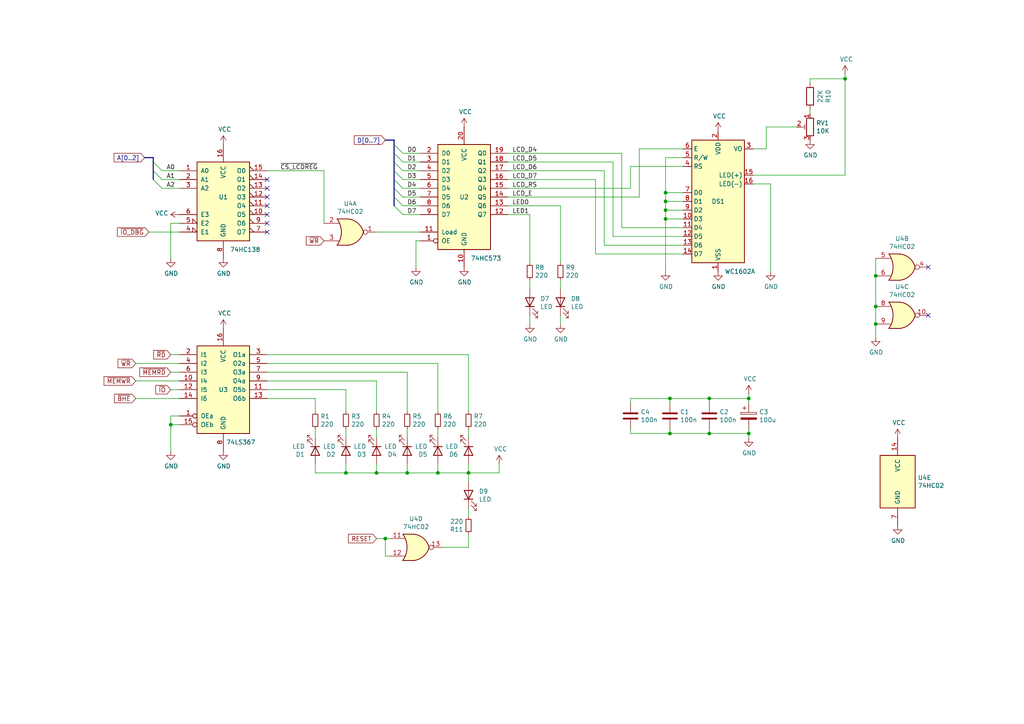
<source format=kicad_sch>
(kicad_sch (version 20230121) (generator eeschema)
  (paper "A4")
  (title_block (title "Mini8086 info board") (rev "1.1"))
  (lib_symbols
    (symbol "74xx:74LS02" (pin_names (offset 1.016))
      (property "Reference" "U" (at 0 1.27 0))
      (property "Value" "74LS02" (at 0 -1.27 0))
      (symbol "74LS02_1_1"
        (arc (start -3.81 -3.81) (mid -2.589 0) (end -3.81 3.81) (stroke (width 0.254)))
        (arc (start -0.6096 -3.81) (mid 2.1842 -2.5851) (end 3.81 0) (stroke (width 0.254)) (fill (type background)))
        (polyline (pts (xy -3.81 -3.81) (xy -0.635 -3.81)) (stroke (width 0.254)) (fill (type background)))
        (polyline (pts (xy -3.81 3.81) (xy -0.635 3.81)) (stroke (width 0.254)) (fill (type background)))
        (polyline (pts (xy -0.635 3.81) (xy -3.81 3.81) (xy -3.81 3.81) (xy -3.556 3.4036) (xy -3.0226 2.2606) (xy -2.6924 1.0414) (xy -2.6162 -0.254) (xy -2.7686 -1.4986) (xy -3.175 -2.7178) (xy -3.81 -3.81) (xy -3.81 -3.81) (xy -0.635 -3.81)) (stroke (width -25.4)) (fill (type background)))
        (arc (start 3.81 0) (mid 2.1915 2.5936) (end -0.6096 3.81) (stroke (width 0.254)) (fill (type background)))
        (pin output inverted (at 7.62 0 180) (length 3.81) (name "~") (number "1"))
        (pin input line (at -7.62 2.54 0) (length 4.318) (name "~") (number "2"))
        (pin input line (at -7.62 -2.54 0) (length 4.318) (name "~") (number "3"))
      )
      (symbol "74LS02_1_2"
        (arc (start 0 -3.81) (mid 3.7934 0) (end 0 3.81) (stroke (width 0.254)) (fill (type background)))
        (polyline (pts (xy 0 3.81) (xy -3.81 3.81) (xy -3.81 -3.81) (xy 0 -3.81)) (stroke (width 0.254)) (fill (type background)))
        (pin output line (at 7.62 0 180) (length 3.81) (name "~") (number "1"))
        (pin input inverted (at -7.62 2.54 0) (length 3.81) (name "~") (number "2"))
        (pin input inverted (at -7.62 -2.54 0) (length 3.81) (name "~") (number "3"))
      )
      (symbol "74LS02_2_1"
        (arc (start -3.81 -3.81) (mid -2.589 0) (end -3.81 3.81) (stroke (width 0.254)))
        (arc (start -0.6096 -3.81) (mid 2.1842 -2.5851) (end 3.81 0) (stroke (width 0.254)) (fill (type background)))
        (polyline (pts (xy -3.81 -3.81) (xy -0.635 -3.81)) (stroke (width 0.254)) (fill (type background)))
        (polyline (pts (xy -3.81 3.81) (xy -0.635 3.81)) (stroke (width 0.254)) (fill (type background)))
        (polyline (pts (xy -0.635 3.81) (xy -3.81 3.81) (xy -3.81 3.81) (xy -3.556 3.4036) (xy -3.0226 2.2606) (xy -2.6924 1.0414) (xy -2.6162 -0.254) (xy -2.7686 -1.4986) (xy -3.175 -2.7178) (xy -3.81 -3.81) (xy -3.81 -3.81) (xy -0.635 -3.81)) (stroke (width -25.4)) (fill (type background)))
        (arc (start 3.81 0) (mid 2.1915 2.5936) (end -0.6096 3.81) (stroke (width 0.254)) (fill (type background)))
        (pin output inverted (at 7.62 0 180) (length 3.81) (name "~") (number "4"))
        (pin input line (at -7.62 2.54 0) (length 4.318) (name "~") (number "5"))
        (pin input line (at -7.62 -2.54 0) (length 4.318) (name "~") (number "6"))
      )
      (symbol "74LS02_2_2"
        (arc (start 0 -3.81) (mid 3.7934 0) (end 0 3.81) (stroke (width 0.254)) (fill (type background)))
        (polyline (pts (xy 0 3.81) (xy -3.81 3.81) (xy -3.81 -3.81) (xy 0 -3.81)) (stroke (width 0.254)) (fill (type background)))
        (pin output line (at 7.62 0 180) (length 3.81) (name "~") (number "4"))
        (pin input inverted (at -7.62 2.54 0) (length 3.81) (name "~") (number "5"))
        (pin input inverted (at -7.62 -2.54 0) (length 3.81) (name "~") (number "6"))
      )
      (symbol "74LS02_3_1"
        (arc (start -3.81 -3.81) (mid -2.589 0) (end -3.81 3.81) (stroke (width 0.254)))
        (arc (start -0.6096 -3.81) (mid 2.1842 -2.5851) (end 3.81 0) (stroke (width 0.254)) (fill (type background)))
        (polyline (pts (xy -3.81 -3.81) (xy -0.635 -3.81)) (stroke (width 0.254)) (fill (type background)))
        (polyline (pts (xy -3.81 3.81) (xy -0.635 3.81)) (stroke (width 0.254)) (fill (type background)))
        (polyline (pts (xy -0.635 3.81) (xy -3.81 3.81) (xy -3.81 3.81) (xy -3.556 3.4036) (xy -3.0226 2.2606) (xy -2.6924 1.0414) (xy -2.6162 -0.254) (xy -2.7686 -1.4986) (xy -3.175 -2.7178) (xy -3.81 -3.81) (xy -3.81 -3.81) (xy -0.635 -3.81)) (stroke (width -25.4)) (fill (type background)))
        (arc (start 3.81 0) (mid 2.1915 2.5936) (end -0.6096 3.81) (stroke (width 0.254)) (fill (type background)))
        (pin output inverted (at 7.62 0 180) (length 3.81) (name "~") (number "10"))
        (pin input line (at -7.62 2.54 0) (length 4.318) (name "~") (number "8"))
        (pin input line (at -7.62 -2.54 0) (length 4.318) (name "~") (number "9"))
      )
      (symbol "74LS02_3_2"
        (arc (start 0 -3.81) (mid 3.7934 0) (end 0 3.81) (stroke (width 0.254)) (fill (type background)))
        (polyline (pts (xy 0 3.81) (xy -3.81 3.81) (xy -3.81 -3.81) (xy 0 -3.81)) (stroke (width 0.254)) (fill (type background)))
        (pin output line (at 7.62 0 180) (length 3.81) (name "~") (number "10"))
        (pin input inverted (at -7.62 2.54 0) (length 3.81) (name "~") (number "8"))
        (pin input inverted (at -7.62 -2.54 0) (length 3.81) (name "~") (number "9"))
      )
      (symbol "74LS02_4_1"
        (arc (start -3.81 -3.81) (mid -2.589 0) (end -3.81 3.81) (stroke (width 0.254)))
        (arc (start -0.6096 -3.81) (mid 2.1842 -2.5851) (end 3.81 0) (stroke (width 0.254)) (fill (type background)))
        (polyline (pts (xy -3.81 -3.81) (xy -0.635 -3.81)) (stroke (width 0.254)) (fill (type background)))
        (polyline (pts (xy -3.81 3.81) (xy -0.635 3.81)) (stroke (width 0.254)) (fill (type background)))
        (polyline (pts (xy -0.635 3.81) (xy -3.81 3.81) (xy -3.81 3.81) (xy -3.556 3.4036) (xy -3.0226 2.2606) (xy -2.6924 1.0414) (xy -2.6162 -0.254) (xy -2.7686 -1.4986) (xy -3.175 -2.7178) (xy -3.81 -3.81) (xy -3.81 -3.81) (xy -0.635 -3.81)) (stroke (width -25.4)) (fill (type background)))
        (arc (start 3.81 0) (mid 2.1915 2.5936) (end -0.6096 3.81) (stroke (width 0.254)) (fill (type background)))
        (pin input line (at -7.62 2.54 0) (length 4.318) (name "~") (number "11"))
        (pin input line (at -7.62 -2.54 0) (length 4.318) (name "~") (number "12"))
        (pin output inverted (at 7.62 0 180) (length 3.81) (name "~") (number "13"))
      )
      (symbol "74LS02_4_2"
        (arc (start 0 -3.81) (mid 3.7934 0) (end 0 3.81) (stroke (width 0.254)) (fill (type background)))
        (polyline (pts (xy 0 3.81) (xy -3.81 3.81) (xy -3.81 -3.81) (xy 0 -3.81)) (stroke (width 0.254)) (fill (type background)))
        (pin input inverted (at -7.62 2.54 0) (length 3.81) (name "~") (number "11"))
        (pin input inverted (at -7.62 -2.54 0) (length 3.81) (name "~") (number "12"))
        (pin output line (at 7.62 0 180) (length 3.81) (name "~") (number "13"))
      )
      (symbol "74LS02_5_0"
        (pin power_in line (at 0 12.7 270) (length 5.08) (name "VCC") (number "14"))
        (pin power_in line (at 0 -12.7 90) (length 5.08) (name "GND") (number "7"))
      )
      (symbol "74LS02_5_1"
        (rectangle (start -5.08 7.62) (end 5.08 -7.62) (stroke (width 0.254)) (fill (type background)))
      )
    )
    (symbol "74xx:74LS138" (pin_names (offset 1.016))
      (property "Reference" "U" (at -7.62 11.43 0))
      (property "Value" "74LS138" (at -7.62 -13.97 0))
      (symbol "74LS138_1_0"
        (pin input line (at -12.7 7.62 0) (length 5.08) (name "A0") (number "1"))
        (pin output output_low (at 12.7 -5.08 180) (length 5.08) (name "O5") (number "10"))
        (pin output output_low (at 12.7 -2.54 180) (length 5.08) (name "O4") (number "11"))
        (pin output output_low (at 12.7 0 180) (length 5.08) (name "O3") (number "12"))
        (pin output output_low (at 12.7 2.54 180) (length 5.08) (name "O2") (number "13"))
        (pin output output_low (at 12.7 5.08 180) (length 5.08) (name "O1") (number "14"))
        (pin output output_low (at 12.7 7.62 180) (length 5.08) (name "O0") (number "15"))
        (pin power_in line (at 0 15.24 270) (length 5.08) (name "VCC") (number "16"))
        (pin input line (at -12.7 5.08 0) (length 5.08) (name "A1") (number "2"))
        (pin input line (at -12.7 2.54 0) (length 5.08) (name "A2") (number "3"))
        (pin input input_low (at -12.7 -10.16 0) (length 5.08) (name "E1") (number "4"))
        (pin input input_low (at -12.7 -7.62 0) (length 5.08) (name "E2") (number "5"))
        (pin input line (at -12.7 -5.08 0) (length 5.08) (name "E3") (number "6"))
        (pin output output_low (at 12.7 -10.16 180) (length 5.08) (name "O7") (number "7"))
        (pin power_in line (at 0 -17.78 90) (length 5.08) (name "GND") (number "8"))
        (pin output output_low (at 12.7 -7.62 180) (length 5.08) (name "O6") (number "9"))
      )
      (symbol "74LS138_1_1"
        (rectangle (start -7.62 10.16) (end 7.62 -12.7) (stroke (width 0.254)) (fill (type background)))
      )
    )
    (symbol "74xx:74LS367" (pin_names (offset 1.016))
      (property "Reference" "U" (at -7.62 13.97 0))
      (property "Value" "74LS367" (at -7.62 -13.97 0))
      (symbol "74LS367_1_0"
        (pin input inverted (at -12.7 -7.62 0) (length 5.08) (name "OEa") (number "1"))
        (pin input line (at -12.7 2.54 0) (length 5.08) (name "I4") (number "10"))
        (pin tri_state line (at 12.7 0 180) (length 5.08) (name "O5b") (number "11"))
        (pin input line (at -12.7 0 0) (length 5.08) (name "I5") (number "12"))
        (pin tri_state line (at 12.7 -2.54 180) (length 5.08) (name "O6b") (number "13"))
        (pin input line (at -12.7 -2.54 0) (length 5.08) (name "I6") (number "14"))
        (pin input inverted (at -12.7 -10.16 0) (length 5.08) (name "OEb") (number "15"))
        (pin power_in line (at 0 17.78 270) (length 5.08) (name "VCC") (number "16"))
        (pin input line (at -12.7 10.16 0) (length 5.08) (name "I1") (number "2"))
        (pin tri_state line (at 12.7 10.16 180) (length 5.08) (name "O1a") (number "3"))
        (pin input line (at -12.7 7.62 0) (length 5.08) (name "I2") (number "4"))
        (pin tri_state line (at 12.7 7.62 180) (length 5.08) (name "O2a") (number "5"))
        (pin input line (at -12.7 5.08 0) (length 5.08) (name "I3") (number "6"))
        (pin tri_state line (at 12.7 5.08 180) (length 5.08) (name "O3a") (number "7"))
        (pin power_in line (at 0 -17.78 90) (length 5.08) (name "GND") (number "8"))
        (pin tri_state line (at 12.7 2.54 180) (length 5.08) (name "O4a") (number "9"))
      )
      (symbol "74LS367_1_1"
        (rectangle (start -7.62 12.7) (end 7.62 -12.7) (stroke (width 0.254)) (fill (type background)))
      )
    )
    (symbol "74xx:74LS573" (pin_names (offset 1.016))
      (property "Reference" "U" (at -7.62 16.51 0))
      (property "Value" "74LS573" (at -7.62 -16.51 0))
      (symbol "74LS573_1_0"
        (pin input inverted (at -12.7 -12.7 0) (length 5.08) (name "OE") (number "1"))
        (pin power_in line (at 0 -20.32 90) (length 5.08) (name "GND") (number "10"))
        (pin input line (at -12.7 -10.16 0) (length 5.08) (name "Load") (number "11"))
        (pin tri_state line (at 12.7 -5.08 180) (length 5.08) (name "Q7") (number "12"))
        (pin tri_state line (at 12.7 -2.54 180) (length 5.08) (name "Q6") (number "13"))
        (pin tri_state line (at 12.7 0 180) (length 5.08) (name "Q5") (number "14"))
        (pin tri_state line (at 12.7 2.54 180) (length 5.08) (name "Q4") (number "15"))
        (pin tri_state line (at 12.7 5.08 180) (length 5.08) (name "Q3") (number "16"))
        (pin tri_state line (at 12.7 7.62 180) (length 5.08) (name "Q2") (number "17"))
        (pin tri_state line (at 12.7 10.16 180) (length 5.08) (name "Q1") (number "18"))
        (pin tri_state line (at 12.7 12.7 180) (length 5.08) (name "Q0") (number "19"))
        (pin input line (at -12.7 12.7 0) (length 5.08) (name "D0") (number "2"))
        (pin power_in line (at 0 20.32 270) (length 5.08) (name "VCC") (number "20"))
        (pin input line (at -12.7 10.16 0) (length 5.08) (name "D1") (number "3"))
        (pin input line (at -12.7 7.62 0) (length 5.08) (name "D2") (number "4"))
        (pin input line (at -12.7 5.08 0) (length 5.08) (name "D3") (number "5"))
        (pin input line (at -12.7 2.54 0) (length 5.08) (name "D4") (number "6"))
        (pin input line (at -12.7 0 0) (length 5.08) (name "D5") (number "7"))
        (pin input line (at -12.7 -2.54 0) (length 5.08) (name "D6") (number "8"))
        (pin input line (at -12.7 -5.08 0) (length 5.08) (name "D7") (number "9"))
      )
      (symbol "74LS573_1_1"
        (rectangle (start -7.62 15.24) (end 7.62 -15.24) (stroke (width 0.254)) (fill (type background)))
      )
    )
    (symbol "Device:C" (pin_numbers hide) (pin_names (offset 0.254))
      (property "Reference" "C" (at 0.635 2.54 0))
      (property "Value" "C" (at 0.635 -2.54 0))
      (symbol "C_0_1"
        (polyline (pts (xy -2.032 -0.762) (xy 2.032 -0.762)) (stroke (width 0.508)))
        (polyline (pts (xy -2.032 0.762) (xy 2.032 0.762)) (stroke (width 0.508)))
      )
      (symbol "C_1_1"
        (pin passive line (at 0 3.81 270) (length 2.794) (name "~") (number "1"))
        (pin passive line (at 0 -3.81 90) (length 2.794) (name "~") (number "2"))
      )
    )
    (symbol "Device:LED" (pin_numbers hide) (pin_names (offset 1.016) hide)
      (property "Reference" "D" (at 0 2.54 0))
      (property "Value" "LED" (at 0 -2.54 0))
      (symbol "LED_0_1"
        (polyline (pts (xy -1.27 -1.27) (xy -1.27 1.27)) (stroke (width 0.254)))
        (polyline (pts (xy -1.27 0) (xy 1.27 0)))
        (polyline (pts (xy 1.27 -1.27) (xy 1.27 1.27) (xy -1.27 0) (xy 1.27 -1.27)) (stroke (width 0.254)))
        (polyline (pts (xy -3.048 -0.762) (xy -4.572 -2.286) (xy -3.81 -2.286) (xy -4.572 -2.286) (xy -4.572 -1.524)))
        (polyline (pts (xy -1.778 -0.762) (xy -3.302 -2.286) (xy -2.54 -2.286) (xy -3.302 -2.286) (xy -3.302 -1.524)))
      )
      (symbol "LED_1_1"
        (pin passive line (at -3.81 0 0) (length 2.54) (name "K") (number "1"))
        (pin passive line (at 3.81 0 180) (length 2.54) (name "A") (number "2"))
      )
    )
    (symbol "Device:R" (pin_numbers hide) (pin_names (offset 0))
      (property "Reference" "R" (at 2.032 0 90))
      (property "Value" "R" (at 0 0 90))
      (symbol "R_0_1"
        (rectangle (start -1.016 -2.54) (end 1.016 2.54) (stroke (width 0.254)))
      )
      (symbol "R_1_1"
        (pin passive line (at 0 3.81 270) (length 1.27) (name "~") (number "1"))
        (pin passive line (at 0 -3.81 90) (length 1.27) (name "~") (number "2"))
      )
    )
    (symbol "Device:R_Small" (pin_numbers hide) (pin_names (offset 0.254) hide)
      (property "Reference" "R" (at 0.762 0.508 0))
      (property "Value" "R_Small" (at 0.762 -1.016 0))
      (symbol "R_Small_0_1"
        (rectangle (start -0.762 1.778) (end 0.762 -1.778) (stroke (width 0.2032)))
      )
      (symbol "R_Small_1_1"
        (pin passive line (at 0 2.54 270) (length 0.762) (name "~") (number "1"))
        (pin passive line (at 0 -2.54 90) (length 0.762) (name "~") (number "2"))
      )
    )
    (symbol "Display_Character:WC1602A"
      (property "Reference" "DS" (at -5.842 19.05 0))
      (property "Value" "WC1602A" (at 5.334 19.05 0))
      (symbol "WC1602A_1_1"
        (rectangle (start -7.62 17.78) (end 7.62 -17.78) (stroke (width 0.254)) (fill (type background)))
        (pin power_in line (at 0 -20.32 90) (length 2.54) (name "VSS") (number "1"))
        (pin input line (at -10.16 -5.08 0) (length 2.54) (name "D3") (number "10"))
        (pin input line (at -10.16 -7.62 0) (length 2.54) (name "D4") (number "11"))
        (pin input line (at -10.16 -10.16 0) (length 2.54) (name "D5") (number "12"))
        (pin input line (at -10.16 -12.7 0) (length 2.54) (name "D6") (number "13"))
        (pin input line (at -10.16 -15.24 0) (length 2.54) (name "D7") (number "14"))
        (pin power_in line (at 10.16 7.62 180) (length 2.54) (name "LED(+)") (number "15"))
        (pin power_in line (at 10.16 5.08 180) (length 2.54) (name "LED(-)") (number "16"))
        (pin power_in line (at 0 20.32 270) (length 2.54) (name "VDD") (number "2"))
        (pin input line (at 10.16 15.24 180) (length 2.54) (name "VO") (number "3"))
        (pin input line (at -10.16 10.16 0) (length 2.54) (name "RS") (number "4"))
        (pin input line (at -10.16 12.7 0) (length 2.54) (name "R/W") (number "5"))
        (pin input line (at -10.16 15.24 0) (length 2.54) (name "E") (number "6"))
        (pin input line (at -10.16 2.54 0) (length 2.54) (name "D0") (number "7"))
        (pin input line (at -10.16 0 0) (length 2.54) (name "D1") (number "8"))
        (pin input line (at -10.16 -2.54 0) (length 2.54) (name "D2") (number "9"))
      )
    )
    (symbol "info_board-rescue:CP-Device" (pin_numbers hide) (pin_names (offset 0.254))
      (property "Reference" "C" (at 0.635 2.54 0))
      (property "Value" "Device_CP" (at 0.635 -2.54 0))
      (symbol "CP-Device_0_1"
        (rectangle (start -2.286 0.508) (end 2.286 1.016))
        (polyline (pts (xy -1.778 2.286) (xy -0.762 2.286)))
        (polyline (pts (xy -1.27 2.794) (xy -1.27 1.778)))
        (rectangle (start 2.286 -0.508) (end -2.286 -1.016) (fill (type outline)))
      )
      (symbol "CP-Device_1_1"
        (pin passive line (at 0 3.81 270) (length 2.794) (name "~") (number "1"))
        (pin passive line (at 0 -3.81 90) (length 2.794) (name "~") (number "2"))
      )
    )
    (symbol "info_board-rescue:R_POT_TRIM-Device" (pin_names (offset 1.016) hide)
      (property "Reference" "RV" (at -4.445 0 90))
      (property "Value" "Device_R_POT_TRIM" (at -2.54 0 90))
      (symbol "R_POT_TRIM-Device_0_1"
        (polyline (pts (xy 1.524 0.762) (xy 1.524 -0.762)))
        (polyline (pts (xy 2.54 0) (xy 1.524 0)))
        (rectangle (start 1.016 2.54) (end -1.016 -2.54) (stroke (width 0.254)))
      )
      (symbol "R_POT_TRIM-Device_1_1"
        (pin passive line (at 0 3.81 270) (length 1.27) (name "1") (number "1"))
        (pin passive line (at 3.81 0 180) (length 1.27) (name "2") (number "2"))
        (pin passive line (at 0 -3.81 90) (length 1.27) (name "3") (number "3"))
      )
    )
    (symbol "power:GND" (power) (pin_names (offset 0))
      (property "Value" "GND" (at 0 -3.81 0))
      (symbol "GND_0_1"
        (polyline (pts (xy 0 0) (xy 0 -1.27) (xy 1.27 -1.27) (xy 0 -2.54) (xy -1.27 -1.27) (xy 0 -1.27)))
      )
      (symbol "GND_1_1"
        (pin power_in line (at 0 0 270) (length 0) hide (name "GND") (number "1"))
      )
    )
    (symbol "power:VCC" (power) (pin_names (offset 0))
      (property "Value" "VCC" (at 0 3.81 0))
      (symbol "VCC_0_1"
        (polyline (pts (xy -0.762 1.27) (xy 0 2.54)))
        (polyline (pts (xy 0 0) (xy 0 2.54)))
        (polyline (pts (xy 0 2.54) (xy 0.762 1.27)))
      )
      (symbol "VCC_1_1"
        (pin power_in line (at 0 0 90) (length 0) hide (name "VCC") (number "1"))
      )
    )
  )
  (junction (at 254 93.98))
  (junction (at 254 88.9))
  (junction (at 194.31 115.57))
  (junction (at 254 80.01))
  (junction (at 193.04 63.5))
  (junction (at 100.33 137.16))
  (junction (at 193.04 58.42))
  (junction (at 205.74 125.73))
  (junction (at 135.89 137.16))
  (junction (at 205.74 115.57))
  (junction (at 245.11 22.86))
  (junction (at 127 137.16))
  (junction (at 193.04 60.96))
  (junction (at 118.11 137.16))
  (junction (at 217.17 115.57))
  (junction (at 109.22 137.16))
  (junction (at 194.31 125.73))
  (junction (at 111.76 156.21))
  (junction (at 217.17 125.73))
  (junction (at 193.04 55.88))
  (junction (at 49.53 123.19))
  (no_connect (at 77.47 54.61))
  (no_connect (at 77.47 67.31))
  (no_connect (at 77.47 52.07))
  (no_connect (at 269.24 77.47))
  (no_connect (at 77.47 64.77))
  (no_connect (at 77.47 62.23))
  (no_connect (at 269.24 91.44))
  (no_connect (at 77.47 57.15))
  (no_connect (at 77.47 59.69))
  (bus_entry (at 46.99 49.53) (size -2.54 -2.54))
  (bus_entry (at 116.84 54.61) (size -2.54 -2.54))
  (bus_entry (at 116.84 46.99) (size -2.54 -2.54))
  (bus_entry (at 116.84 52.07) (size -2.54 -2.54))
  (bus_entry (at 116.84 49.53) (size -2.54 -2.54))
  (bus_entry (at 46.99 52.07) (size -2.54 -2.54))
  (bus_entry (at 46.99 54.61) (size -2.54 -2.54))
  (bus_entry (at 116.84 59.69) (size -2.54 -2.54))
  (bus_entry (at 116.84 62.23) (size -2.54 -2.54))
  (bus_entry (at 116.84 44.45) (size -2.54 -2.54))
  (bus_entry (at 116.84 57.15) (size -2.54 -2.54))
  (wire (pts (xy 205.74 125.73) (xy 217.17 125.73)))
  (wire (pts (xy 135.89 139.7) (xy 135.89 137.16)))
  (wire (pts (xy 198.12 71.12) (xy 175.26 71.12)))
  (wire (pts (xy 222.25 43.18) (xy 222.25 36.83)))
  (wire (pts (xy 77.47 105.41) (xy 127 105.41)))
  (wire (pts (xy 100.33 137.16) (xy 100.33 134.62)))
  (wire (pts (xy 182.88 54.61) (xy 182.88 48.26)))
  (wire (pts (xy 177.8 68.58) (xy 177.8 46.99)))
  (wire (pts (xy 100.33 137.16) (xy 109.22 137.16)))
  (wire (pts (xy 218.44 43.18) (xy 222.25 43.18)))
  (wire (pts (xy 223.52 53.34) (xy 223.52 78.74)))
  (wire (pts (xy 234.95 24.13) (xy 234.95 22.86)))
  (wire (pts (xy 198.12 45.72) (xy 193.04 45.72)))
  (wire (pts (xy 52.07 107.95) (xy 49.53 107.95)))
  (wire (pts (xy 175.26 71.12) (xy 175.26 49.53)))
  (wire (pts (xy 193.04 45.72) (xy 193.04 55.88)))
  (wire (pts (xy 162.56 59.69) (xy 162.56 76.2)))
  (wire (pts (xy 111.76 156.21) (xy 113.03 156.21)))
  (wire (pts (xy 135.89 137.16) (xy 135.89 134.62)))
  (wire (pts (xy 118.11 127) (xy 118.11 124.46)))
  (wire (pts (xy 109.22 137.16) (xy 118.11 137.16)))
  (wire (pts (xy 147.32 54.61) (xy 182.88 54.61)))
  (wire (pts (xy 185.42 57.15) (xy 185.42 43.18)))
  (wire (pts (xy 52.07 110.49) (xy 39.37 110.49)))
  (wire (pts (xy 135.89 158.75) (xy 135.89 154.94)))
  (wire (pts (xy 153.67 83.82) (xy 153.67 81.28)))
  (wire (pts (xy 116.84 49.53) (xy 121.92 49.53)))
  (wire (pts (xy 198.12 68.58) (xy 177.8 68.58)))
  (wire (pts (xy 118.11 107.95) (xy 118.11 119.38)))
  (wire (pts (xy 193.04 60.96) (xy 193.04 63.5)))
  (wire (pts (xy 254 74.93) (xy 254 80.01)))
  (bus (pts (xy 44.45 49.53) (xy 44.45 52.07)))
  (wire (pts (xy 198.12 60.96) (xy 193.04 60.96)))
  (bus (pts (xy 114.3 57.15) (xy 114.3 59.69)))
  (wire (pts (xy 205.74 115.57) (xy 217.17 115.57)))
  (wire (pts (xy 49.53 64.77) (xy 49.53 74.93)))
  (bus (pts (xy 114.3 40.64) (xy 111.76 40.64)))
  (wire (pts (xy 135.89 147.32) (xy 135.89 149.86)))
  (wire (pts (xy 254 80.01) (xy 254 88.9)))
  (wire (pts (xy 205.74 116.84) (xy 205.74 115.57)))
  (wire (pts (xy 52.07 49.53) (xy 46.99 49.53)))
  (wire (pts (xy 222.25 36.83) (xy 231.14 36.83)))
  (wire (pts (xy 93.98 49.53) (xy 77.47 49.53)))
  (wire (pts (xy 217.17 115.57) (xy 217.17 114.3)))
  (wire (pts (xy 49.53 120.65) (xy 49.53 123.19)))
  (wire (pts (xy 52.07 67.31) (xy 43.18 67.31)))
  (wire (pts (xy 77.47 107.95) (xy 118.11 107.95)))
  (wire (pts (xy 135.89 137.16) (xy 144.78 137.16)))
  (wire (pts (xy 194.31 115.57) (xy 205.74 115.57)))
  (wire (pts (xy 116.84 52.07) (xy 121.92 52.07)))
  (wire (pts (xy 193.04 55.88) (xy 193.04 58.42)))
  (wire (pts (xy 116.84 46.99) (xy 121.92 46.99)))
  (bus (pts (xy 44.45 45.72) (xy 41.91 45.72)))
  (wire (pts (xy 175.26 49.53) (xy 147.32 49.53)))
  (wire (pts (xy 147.32 57.15) (xy 185.42 57.15)))
  (wire (pts (xy 77.47 110.49) (xy 109.22 110.49)))
  (wire (pts (xy 52.07 120.65) (xy 49.53 120.65)))
  (wire (pts (xy 91.44 137.16) (xy 100.33 137.16)))
  (wire (pts (xy 46.99 52.07) (xy 52.07 52.07)))
  (wire (pts (xy 116.84 62.23) (xy 121.92 62.23)))
  (wire (pts (xy 198.12 58.42) (xy 193.04 58.42)))
  (wire (pts (xy 234.95 33.02) (xy 234.95 31.75)))
  (wire (pts (xy 120.65 77.47) (xy 120.65 69.85)))
  (wire (pts (xy 254 93.98) (xy 254 97.79)))
  (wire (pts (xy 254 88.9) (xy 254 93.98)))
  (wire (pts (xy 218.44 50.8) (xy 245.11 50.8)))
  (wire (pts (xy 147.32 59.69) (xy 162.56 59.69)))
  (wire (pts (xy 127 105.41) (xy 127 119.38)))
  (wire (pts (xy 118.11 137.16) (xy 118.11 134.62)))
  (wire (pts (xy 116.84 54.61) (xy 121.92 54.61)))
  (wire (pts (xy 52.07 123.19) (xy 49.53 123.19)))
  (wire (pts (xy 77.47 102.87) (xy 135.89 102.87)))
  (wire (pts (xy 93.98 49.53) (xy 93.98 64.77)))
  (wire (pts (xy 194.31 125.73) (xy 205.74 125.73)))
  (wire (pts (xy 109.22 137.16) (xy 109.22 134.62)))
  (wire (pts (xy 127 127) (xy 127 124.46)))
  (wire (pts (xy 144.78 137.16) (xy 144.78 134.62)))
  (bus (pts (xy 114.3 52.07) (xy 114.3 54.61)))
  (wire (pts (xy 180.34 44.45) (xy 147.32 44.45)))
  (wire (pts (xy 52.07 102.87) (xy 49.53 102.87)))
  (wire (pts (xy 172.72 73.66) (xy 172.72 52.07)))
  (wire (pts (xy 153.67 62.23) (xy 153.67 76.2)))
  (wire (pts (xy 46.99 54.61) (xy 52.07 54.61)))
  (wire (pts (xy 153.67 91.44) (xy 153.67 93.98)))
  (wire (pts (xy 100.33 127) (xy 100.33 124.46)))
  (wire (pts (xy 109.22 127) (xy 109.22 124.46)))
  (wire (pts (xy 49.53 123.19) (xy 49.53 130.81)))
  (wire (pts (xy 120.65 69.85) (xy 121.92 69.85)))
  (wire (pts (xy 182.88 48.26) (xy 198.12 48.26)))
  (wire (pts (xy 91.44 115.57) (xy 91.44 119.38)))
  (wire (pts (xy 116.84 57.15) (xy 121.92 57.15)))
  (wire (pts (xy 111.76 161.29) (xy 111.76 156.21)))
  (wire (pts (xy 111.76 156.21) (xy 109.22 156.21)))
  (wire (pts (xy 205.74 124.46) (xy 205.74 125.73)))
  (bus (pts (xy 114.3 49.53) (xy 114.3 52.07)))
  (wire (pts (xy 177.8 46.99) (xy 147.32 46.99)))
  (wire (pts (xy 217.17 115.57) (xy 217.17 116.84)))
  (wire (pts (xy 52.07 105.41) (xy 39.37 105.41)))
  (wire (pts (xy 118.11 137.16) (xy 127 137.16)))
  (wire (pts (xy 234.95 22.86) (xy 245.11 22.86)))
  (wire (pts (xy 245.11 22.86) (xy 245.11 50.8)))
  (wire (pts (xy 52.07 115.57) (xy 39.37 115.57)))
  (wire (pts (xy 182.88 124.46) (xy 182.88 125.73)))
  (wire (pts (xy 193.04 63.5) (xy 193.04 78.74)))
  (wire (pts (xy 127 137.16) (xy 135.89 137.16)))
  (bus (pts (xy 114.3 44.45) (xy 114.3 46.99)))
  (wire (pts (xy 91.44 134.62) (xy 91.44 137.16)))
  (wire (pts (xy 52.07 113.03) (xy 49.53 113.03)))
  (bus (pts (xy 114.3 40.64) (xy 114.3 41.91)))
  (wire (pts (xy 128.27 158.75) (xy 135.89 158.75)))
  (wire (pts (xy 116.84 59.69) (xy 121.92 59.69)))
  (wire (pts (xy 109.22 110.49) (xy 109.22 119.38)))
  (wire (pts (xy 182.88 115.57) (xy 182.88 116.84)))
  (wire (pts (xy 194.31 116.84) (xy 194.31 115.57)))
  (bus (pts (xy 44.45 46.99) (xy 44.45 49.53)))
  (wire (pts (xy 127 137.16) (xy 127 134.62)))
  (wire (pts (xy 217.17 125.73) (xy 217.17 127)))
  (wire (pts (xy 77.47 115.57) (xy 91.44 115.57)))
  (wire (pts (xy 194.31 124.46) (xy 194.31 125.73)))
  (bus (pts (xy 44.45 45.72) (xy 44.45 46.99)))
  (bus (pts (xy 114.3 46.99) (xy 114.3 49.53)))
  (wire (pts (xy 182.88 125.73) (xy 194.31 125.73)))
  (wire (pts (xy 172.72 52.07) (xy 147.32 52.07)))
  (bus (pts (xy 114.3 41.91) (xy 114.3 44.45)))
  (wire (pts (xy 198.12 55.88) (xy 193.04 55.88)))
  (wire (pts (xy 135.89 102.87) (xy 135.89 119.38)))
  (wire (pts (xy 245.11 21.59) (xy 245.11 22.86)))
  (wire (pts (xy 77.47 113.03) (xy 100.33 113.03)))
  (wire (pts (xy 147.32 62.23) (xy 153.67 62.23)))
  (wire (pts (xy 198.12 73.66) (xy 172.72 73.66)))
  (wire (pts (xy 198.12 63.5) (xy 193.04 63.5)))
  (wire (pts (xy 198.12 66.04) (xy 180.34 66.04)))
  (wire (pts (xy 185.42 43.18) (xy 198.12 43.18)))
  (wire (pts (xy 162.56 91.44) (xy 162.56 93.98)))
  (wire (pts (xy 109.22 67.31) (xy 121.92 67.31)))
  (wire (pts (xy 52.07 64.77) (xy 49.53 64.77)))
  (wire (pts (xy 91.44 127) (xy 91.44 124.46)))
  (wire (pts (xy 217.17 124.46) (xy 217.17 125.73)))
  (wire (pts (xy 135.89 127) (xy 135.89 124.46)))
  (wire (pts (xy 180.34 66.04) (xy 180.34 44.45)))
  (wire (pts (xy 116.84 44.45) (xy 121.92 44.45)))
  (wire (pts (xy 162.56 83.82) (xy 162.56 81.28)))
  (bus (pts (xy 114.3 54.61) (xy 114.3 57.15)))
  (wire (pts (xy 193.04 58.42) (xy 193.04 60.96)))
  (wire (pts (xy 100.33 113.03) (xy 100.33 119.38)))
  (wire (pts (xy 194.31 115.57) (xy 182.88 115.57)))
  (wire (pts (xy 218.44 53.34) (xy 223.52 53.34)))
  (wire (pts (xy 113.03 161.29) (xy 111.76 161.29)))
  (label "LCD_D5" (at 148.59 46.99 0))
  (label "A2" (at 48.26 54.61 0))
  (label "D5" (at 118.11 57.15 0))
  (label "LCD_RS" (at 148.59 54.61 0))
  (label "D1" (at 118.11 46.99 0))
  (label "A1" (at 48.26 52.07 0))
  (label "A0" (at 48.26 49.53 0))
  (label "LCD_D7" (at 148.59 52.07 0))
  (label "D3" (at 118.11 52.07 0))
  (label "LED1" (at 148.59 62.23 0))
  (label "LED0" (at 148.59 59.69 0))
  (label "~{CS_LCDREG}" (at 81.28 49.53 0))
  (label "D6" (at 118.11 59.69 0))
  (label "LCD_D6" (at 148.59 49.53 0))
  (label "D4" (at 118.11 54.61 0))
  (label "D7" (at 118.11 62.23 0))
  (label "D0" (at 118.11 44.45 0))
  (label "D2" (at 118.11 49.53 0))
  (label "LCD_E" (at 148.59 57.15 0))
  (label "LCD_D4" (at 148.59 44.45 0))
  (global_label "RESET" (shape input) (at 109.22 156.21 180) (property "Intersheetrefs" "${INTERSHEET_REFS}" (effects hide)))
  (global_label "~{RD}" (shape input) (at 49.53 102.87 180) (property "Intersheetrefs" "${INTERSHEET_REFS}" (effects hide)))
  (global_label "~{WR}" (shape input) (at 93.98 69.85 180) (property "Intersheetrefs" "${INTERSHEET_REFS}" (effects hide)))
  (global_label "~{WR}" (shape input) (at 39.37 105.41 180) (property "Intersheetrefs" "${INTERSHEET_REFS}" (effects hide)))
  (global_label "~{MEMWR}" (shape input) (at 39.37 110.49 180) (property "Intersheetrefs" "${INTERSHEET_REFS}" (effects hide)))
  (global_label "~{BHE}" (shape input) (at 39.37 115.57 180) (property "Intersheetrefs" "${INTERSHEET_REFS}" (effects hide)))
  (global_label "D[0..7]" (shape input) (at 111.76 40.64 180) (property "Intersheetrefs" "${INTERSHEET_REFS}" (effects hide)))
  (global_label "~{MEMRD}" (shape input) (at 49.53 107.95 180) (property "Intersheetrefs" "${INTERSHEET_REFS}" (effects hide)))
  (global_label "~{IO}" (shape input) (at 49.53 113.03 180) (property "Intersheetrefs" "${INTERSHEET_REFS}" (effects hide)))
  (global_label "A[0..2]" (shape input) (at 41.91 45.72 180) (property "Intersheetrefs" "${INTERSHEET_REFS}" (effects hide)))
  (global_label "~{IO_DBG}" (shape input) (at 43.18 67.31 180) (property "Intersheetrefs" "${INTERSHEET_REFS}" (effects hide)))
  (symbol (lib_id "Display_Character:WC1602A") (at 208.28 58.42 0) (unit 1)
    (property "Reference" "DS1" (at 208.28 58.42 0))
    (property "Value" "WC1602A" (at 214.63 78.74 0))
    (property "Footprint" "Display:WC1602A" (effects hide))
    (property "Datasheet" "http://www.wincomlcd.com/pdf/WC1602A-SFYLYHTC06.pdf" (effects hide))
  )
  (symbol (lib_id "Device:C") (at 205.74 120.65 0) (unit 1)
    (property "Reference" "C2" (at 208.661 119.4816 0) (effects (justify left)))
    (property "Value" "100n" (at 208.661 121.793 0) (effects (justify left)))
    (property "Footprint" "Capacitor_THT:C_Disc_D4.3mm_W1.9mm_P5.00mm" (effects hide))
  )
  (symbol (lib_id "Device:C") (at 194.31 120.65 0) (unit 1)
    (property "Reference" "C1" (at 197.231 119.4816 0) (effects (justify left)))
    (property "Value" "100n" (at 197.231 121.793 0) (effects (justify left)))
    (property "Footprint" "Capacitor_THT:C_Disc_D4.3mm_W1.9mm_P5.00mm" (effects hide))
  )
  (symbol (lib_id "info_board-rescue:CP-Device") (at 217.17 120.65 0) (unit 1)
    (property "Reference" "C3" (at 220.1672 119.4816 0) (effects (justify left)))
    (property "Value" "100u" (at 220.1672 121.793 0) (effects (justify left)))
    (property "Footprint" "Capacitor_THT:CP_Radial_D5.0mm_P2.50mm" (effects hide))
  )
  (symbol (lib_id "74xx:74LS02") (at 101.6 67.31 0) (unit 1)
    (property "Reference" "U4" (at 101.6 59.055 0))
    (property "Value" "74HC02" (at 101.6 61.3664 0))
    (property "Footprint" "Package_DIP:DIP-14_W7.62mm_LongPads" (effects hide))
    (property "Datasheet" "http://www.ti.com/lit/gpn/sn74ls02" (effects hide))
  )
  (symbol (lib_id "74xx:74LS02") (at 261.62 77.47 0) (unit 2)
    (property "Reference" "U4" (at 261.62 69.215 0))
    (property "Value" "74HC02" (at 261.62 71.5264 0))
    (property "Footprint" "Package_DIP:DIP-14_W7.62mm_LongPads" (effects hide))
    (property "Datasheet" "http://www.ti.com/lit/gpn/sn74ls02" (effects hide))
  )
  (symbol (lib_id "power:GND") (at 217.17 127 0) (unit 1)
    (property "Reference" "#PWR025" (effects hide))
    (property "Value" "GND" (at 217.297 131.3942 0))
  )
  (symbol (lib_id "power:VCC") (at 217.17 114.3 0) (unit 1)
    (property "Reference" "#PWR024" (effects hide))
    (property "Value" "VCC" (at 217.551 109.9058 0))
  )
  (symbol (lib_id "74xx:74LS02") (at 261.62 91.44 0) (unit 3)
    (property "Reference" "U4" (at 261.62 83.185 0))
    (property "Value" "74HC02" (at 261.62 85.4964 0))
    (property "Footprint" "Package_DIP:DIP-14_W7.62mm_LongPads" (effects hide))
    (property "Datasheet" "http://www.ti.com/lit/gpn/sn74ls02" (effects hide))
  )
  (symbol (lib_id "74xx:74LS573") (at 134.62 57.15 0) (unit 1)
    (property "Reference" "U2" (at 134.62 57.15 0))
    (property "Value" "74HC573" (at 140.97 74.93 0))
    (property "Footprint" "Package_DIP:DIP-20_W7.62mm_LongPads" (effects hide))
    (property "Datasheet" "74xx/74hc573.pdf" (effects hide))
  )
  (symbol (lib_id "74xx:74LS138") (at 64.77 57.15 0) (unit 1)
    (property "Reference" "U1" (at 64.77 57.15 0))
    (property "Value" "74HC138" (at 71.12 72.39 0))
    (property "Footprint" "Package_DIP:DIP-16_W7.62mm_LongPads" (effects hide))
    (property "Datasheet" "http://www.ti.com/lit/gpn/sn74LS138" (effects hide))
  )
  (symbol (lib_id "74xx:74LS02") (at 120.65 158.75 0) (unit 4)
    (property "Reference" "U4" (at 120.65 150.495 0))
    (property "Value" "74HC02" (at 120.65 152.8064 0))
    (property "Footprint" "Package_DIP:DIP-14_W7.62mm_LongPads" (effects hide))
    (property "Datasheet" "http://www.ti.com/lit/gpn/sn74ls02" (effects hide))
  )
  (symbol (lib_id "74xx:74LS02") (at 260.35 139.7 0) (unit 5)
    (property "Reference" "U4" (at 266.192 138.5316 0) (effects (justify left)))
    (property "Value" "74HC02" (at 266.192 140.843 0) (effects (justify left)))
    (property "Footprint" "Package_DIP:DIP-14_W7.62mm_LongPads" (effects hide))
    (property "Datasheet" "http://www.ti.com/lit/gpn/sn74ls02" (effects hide))
  )
  (symbol (lib_id "power:GND") (at 134.62 77.47 0) (unit 1)
    (property "Reference" "#PWR018" (effects hide))
    (property "Value" "GND" (at 134.747 81.8642 0))
  )
  (symbol (lib_id "74xx:74LS367") (at 64.77 113.03 0) (unit 1)
    (property "Reference" "U3" (at 64.77 113.03 0))
    (property "Value" "74LS367" (at 69.85 128.27 0))
    (property "Footprint" "Package_DIP:DIP-16_W7.62mm_LongPads" (effects hide))
    (property "Datasheet" "http://www.ti.com/lit/gpn/sn74LS367" (effects hide))
  )
  (symbol (lib_id "power:GND") (at 64.77 130.81 0) (unit 1)
    (property "Reference" "#PWR016" (effects hide))
    (property "Value" "GND" (at 64.897 135.2042 0))
  )
  (symbol (lib_id "power:GND") (at 208.28 78.74 0) (unit 1)
    (property "Reference" "#PWR021" (effects hide))
    (property "Value" "GND" (at 208.407 83.1342 0))
  )
  (symbol (lib_id "power:VCC") (at 134.62 36.83 0) (unit 1)
    (property "Reference" "#PWR017" (effects hide))
    (property "Value" "VCC" (at 135.001 32.4358 0))
  )
  (symbol (lib_id "power:VCC") (at 64.77 41.91 0) (unit 1)
    (property "Reference" "#PWR015" (effects hide))
    (property "Value" "VCC" (at 65.151 37.5158 0))
  )
  (symbol (lib_id "power:VCC") (at 208.28 38.1 0) (unit 1)
    (property "Reference" "#PWR020" (effects hide))
    (property "Value" "VCC" (at 208.661 33.7058 0))
  )
  (symbol (lib_id "power:GND") (at 64.77 74.93 0) (unit 1)
    (property "Reference" "#PWR027" (effects hide))
    (property "Value" "GND" (at 64.897 79.3242 0))
  )
  (symbol (lib_id "power:VCC") (at 64.77 95.25 0) (unit 1)
    (property "Reference" "#PWR028" (effects hide))
    (property "Value" "VCC" (at 65.151 90.8558 0))
  )
  (symbol (lib_id "power:GND") (at 49.53 74.93 0) (unit 1)
    (property "Reference" "#PWR013" (effects hide))
    (property "Value" "GND" (at 49.657 79.3242 0))
  )
  (symbol (lib_id "power:VCC") (at 52.07 62.23 90) (unit 1)
    (property "Reference" "#PWR014" (effects hide))
    (property "Value" "VCC" (at 48.8442 61.849 90) (effects (justify left)))
  )
  (symbol (lib_id "power:GND") (at 49.53 130.81 0) (unit 1)
    (property "Reference" "#PWR026" (effects hide))
    (property "Value" "GND" (at 49.657 135.2042 0))
  )
  (symbol (lib_id "power:GND") (at 193.04 78.74 0) (unit 1)
    (property "Reference" "#PWR019" (effects hide))
    (property "Value" "GND" (at 193.167 83.1342 0))
  )
  (symbol (lib_id "power:GND") (at 223.52 78.74 0) (unit 1)
    (property "Reference" "#PWR022" (effects hide))
    (property "Value" "GND" (at 223.647 83.1342 0))
  )
  (symbol (lib_id "power:VCC") (at 245.11 21.59 0) (unit 1)
    (property "Reference" "#PWR023" (effects hide))
    (property "Value" "VCC" (at 245.491 17.1958 0))
  )
  (symbol (lib_id "info_board-rescue:R_POT_TRIM-Device") (at 234.95 36.83 0) (mirror y) (unit 1)
    (property "Reference" "RV1" (at 236.7026 35.6616 0) (effects (justify right)))
    (property "Value" "10K" (at 236.7026 37.973 0) (effects (justify right)))
    (property "Footprint" "Potentiometer_THT:Potentiometer_Piher_PT-10-V05_Vertical" (effects hide))
  )
  (symbol (lib_id "Device:R_Small") (at 91.44 121.92 0) (unit 1)
    (property "Reference" "R1" (at 92.9386 120.7516 0) (effects (justify left)))
    (property "Value" "220" (at 92.9386 123.063 0) (effects (justify left)))
    (property "Footprint" "Resistor_THT:R_Axial_DIN0207_L6.3mm_D2.5mm_P7.62mm_Horizontal" (effects hide))
  )
  (symbol (lib_id "Device:LED") (at 91.44 130.81 270) (unit 1)
    (property "Reference" "D1" (at 88.4428 131.8006 90) (effects (justify right)))
    (property "Value" "LED" (at 88.4428 129.4892 90) (effects (justify right)))
    (property "Footprint" "LED_THT:LED_D5.0mm" (effects hide))
  )
  (symbol (lib_id "Device:R_Small") (at 100.33 121.92 0) (unit 1)
    (property "Reference" "R3" (at 101.8286 120.7516 0) (effects (justify left)))
    (property "Value" "220" (at 101.8286 123.063 0) (effects (justify left)))
    (property "Footprint" "Resistor_THT:R_Axial_DIN0207_L6.3mm_D2.5mm_P7.62mm_Horizontal" (effects hide))
  )
  (symbol (lib_id "Device:LED") (at 100.33 130.81 270) (unit 1)
    (property "Reference" "D2" (at 97.3328 131.8006 90) (effects (justify right)))
    (property "Value" "LED" (at 97.3328 129.4892 90) (effects (justify right)))
    (property "Footprint" "LED_THT:LED_D5.0mm" (effects hide))
  )
  (symbol (lib_id "Device:R_Small") (at 109.22 121.92 0) (unit 1)
    (property "Reference" "R4" (at 110.7186 120.7516 0) (effects (justify left)))
    (property "Value" "220" (at 110.7186 123.063 0) (effects (justify left)))
    (property "Footprint" "Resistor_THT:R_Axial_DIN0207_L6.3mm_D2.5mm_P7.62mm_Horizontal" (effects hide))
  )
  (symbol (lib_id "Device:LED") (at 109.22 130.81 270) (unit 1)
    (property "Reference" "D3" (at 106.2228 131.8006 90) (effects (justify right)))
    (property "Value" "LED" (at 106.2228 129.4892 90) (effects (justify right)))
    (property "Footprint" "LED_THT:LED_D5.0mm" (effects hide))
  )
  (symbol (lib_id "Device:R_Small") (at 118.11 121.92 0) (unit 1)
    (property "Reference" "R5" (at 119.6086 120.7516 0) (effects (justify left)))
    (property "Value" "220" (at 119.6086 123.063 0) (effects (justify left)))
    (property "Footprint" "Resistor_THT:R_Axial_DIN0207_L6.3mm_D2.5mm_P7.62mm_Horizontal" (effects hide))
  )
  (symbol (lib_id "Device:LED") (at 118.11 130.81 270) (unit 1)
    (property "Reference" "D4" (at 115.1128 131.8006 90) (effects (justify right)))
    (property "Value" "LED" (at 115.1128 129.4892 90) (effects (justify right)))
    (property "Footprint" "LED_THT:LED_D5.0mm" (effects hide))
  )
  (symbol (lib_id "Device:R_Small") (at 127 121.92 0) (unit 1)
    (property "Reference" "R6" (at 128.4986 120.7516 0) (effects (justify left)))
    (property "Value" "220" (at 128.4986 123.063 0) (effects (justify left)))
    (property "Footprint" "Resistor_THT:R_Axial_DIN0207_L6.3mm_D2.5mm_P7.62mm_Horizontal" (effects hide))
  )
  (symbol (lib_id "Device:LED") (at 127 130.81 270) (unit 1)
    (property "Reference" "D5" (at 124.0028 131.8006 90) (effects (justify right)))
    (property "Value" "LED" (at 124.0028 129.4892 90) (effects (justify right)))
    (property "Footprint" "LED_THT:LED_D5.0mm" (effects hide))
  )
  (symbol (lib_id "Device:R_Small") (at 135.89 121.92 0) (unit 1)
    (property "Reference" "R7" (at 137.3886 120.7516 0) (effects (justify left)))
    (property "Value" "220" (at 137.3886 123.063 0) (effects (justify left)))
    (property "Footprint" "Resistor_THT:R_Axial_DIN0207_L6.3mm_D2.5mm_P7.62mm_Horizontal" (effects hide))
  )
  (symbol (lib_id "Device:LED") (at 135.89 130.81 270) (unit 1)
    (property "Reference" "D6" (at 132.8928 131.8006 90) (effects (justify right)))
    (property "Value" "LED" (at 132.8928 129.4892 90) (effects (justify right)))
    (property "Footprint" "LED_THT:LED_D5.0mm" (effects hide))
  )
  (symbol (lib_id "Device:R_Small") (at 135.89 152.4 180) (unit 1)
    (property "Reference" "R11" (at 134.3914 153.5684 0) (effects (justify left)))
    (property "Value" "220" (at 134.3914 151.257 0) (effects (justify left)))
    (property "Footprint" "Resistor_THT:R_Axial_DIN0207_L6.3mm_D2.5mm_P7.62mm_Horizontal" (effects hide))
  )
  (symbol (lib_id "Device:LED") (at 135.89 143.51 90) (unit 1)
    (property "Reference" "D9" (at 138.8872 142.5194 90) (effects (justify right)))
    (property "Value" "LED" (at 138.8872 144.8308 90) (effects (justify right)))
    (property "Footprint" "LED_THT:LED_D5.0mm" (effects hide))
  )
  (symbol (lib_id "Device:C") (at 182.88 120.65 0) (unit 1)
    (property "Reference" "C4" (at 185.801 119.4816 0) (effects (justify left)))
    (property "Value" "100n" (at 185.801 121.793 0) (effects (justify left)))
    (property "Footprint" "Capacitor_THT:C_Disc_D4.3mm_W1.9mm_P5.00mm" (effects hide))
  )
  (symbol (lib_id "Device:R_Small") (at 153.67 78.74 0) (unit 1)
    (property "Reference" "R8" (at 155.1686 77.5716 0) (effects (justify left)))
    (property "Value" "220" (at 155.1686 79.883 0) (effects (justify left)))
    (property "Footprint" "Resistor_THT:R_Axial_DIN0207_L6.3mm_D2.5mm_P7.62mm_Horizontal" (effects hide))
  )
  (symbol (lib_id "Device:LED") (at 153.67 87.63 90) (unit 1)
    (property "Reference" "D7" (at 156.6672 86.6394 90) (effects (justify right)))
    (property "Value" "LED" (at 156.6672 88.9508 90) (effects (justify right)))
    (property "Footprint" "LED_THT:LED_D5.0mm" (effects hide))
  )
  (symbol (lib_id "power:GND") (at 153.67 93.98 0) (unit 1)
    (property "Reference" "#PWR035" (effects hide))
    (property "Value" "GND" (at 153.797 98.3742 0))
  )
  (symbol (lib_id "Device:R_Small") (at 162.56 78.74 0) (unit 1)
    (property "Reference" "R9" (at 164.0586 77.5716 0) (effects (justify left)))
    (property "Value" "220" (at 164.0586 79.883 0) (effects (justify left)))
    (property "Footprint" "Resistor_THT:R_Axial_DIN0207_L6.3mm_D2.5mm_P7.62mm_Horizontal" (effects hide))
  )
  (symbol (lib_id "Device:LED") (at 162.56 87.63 90) (unit 1)
    (property "Reference" "D8" (at 165.5572 86.6394 90) (effects (justify right)))
    (property "Value" "LED" (at 165.5572 88.9508 90) (effects (justify right)))
    (property "Footprint" "LED_THT:LED_D5.0mm" (effects hide))
  )
  (symbol (lib_id "power:GND") (at 162.56 93.98 0) (unit 1)
    (property "Reference" "#PWR036" (effects hide))
    (property "Value" "GND" (at 162.687 98.3742 0))
  )
  (symbol (lib_id "power:GND") (at 234.95 40.64 0) (unit 1)
    (property "Reference" "#PWR0101" (effects hide))
    (property "Value" "GND" (at 235.077 45.0342 0))
  )
  (symbol (lib_id "Device:R") (at 234.95 27.94 180) (unit 1)
    (property "Reference" "R10" (at 240.2078 27.94 90))
    (property "Value" "22K" (at 237.8964 27.94 90))
    (property "Footprint" "Resistor_THT:R_Axial_DIN0207_L6.3mm_D2.5mm_P7.62mm_Horizontal" (effects hide))
  )
  (symbol (lib_id "power:VCC") (at 144.78 134.62 0) (unit 1)
    (property "Reference" "#PWR030" (effects hide))
    (property "Value" "VCC" (at 145.161 130.2258 0))
  )
  (symbol (lib_id "power:GND") (at 120.65 77.47 0) (unit 1)
    (property "Reference" "#PWR029" (effects hide))
    (property "Value" "GND" (at 120.777 81.8642 0))
  )
  (symbol (lib_id "power:VCC") (at 260.35 127 0) (unit 1)
    (property "Reference" "#PWR032" (effects hide))
    (property "Value" "VCC" (at 260.731 122.6058 0))
  )
  (symbol (lib_id "power:GND") (at 260.35 152.4 0) (unit 1)
    (property "Reference" "#PWR033" (effects hide))
    (property "Value" "GND" (at 260.477 156.7942 0))
  )
  (symbol (lib_id "power:GND") (at 254 97.79 0) (unit 1)
    (property "Reference" "#PWR031" (effects hide))
    (property "Value" "GND" (at 254.127 102.1842 0))
  )
)
</source>
